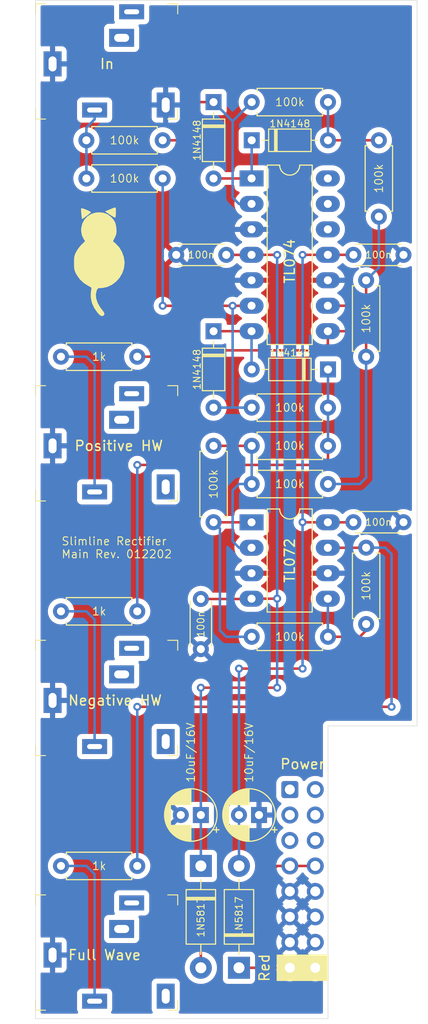
<source format=kicad_pcb>
(kicad_pcb (version 20211014) (generator pcbnew)
  (layers (0 "F.Cu" signal) (31 "B.Cu" signal) (34 "B.Paste" user) (35 "F.Paste" user) (36 "B.SilkS" user "B.Silkscreen") (37 "F.SilkS" user "F.Silkscreen") (38 "B.Mask" user) (39 "F.Mask" user) (44 "Edge.Cuts" user))
  (net 0 "")
  (net 1 "+12V")
  (net 2 "GND")
  (net 3 "-12V")
  (net 4 "Net-(D1-Pad1)")
  (net 5 "Net-(D1-Pad2)")
  (net 6 "Net-(D2-Pad1)")
  (net 7 "Net-(D3-Pad1)")
  (net 8 "Net-(D3-Pad2)")
  (net 9 "Net-(D4-Pad2)")
  (net 10 "Net-(D5-Pad2)")
  (net 11 "Net-(D6-Pad1)")
  (net 12 "Net-(J1-PadT)")
  (net 13 "Net-(J2-PadT)")
  (net 14 "Net-(J3-PadT)")
  (net 15 "Net-(J4-PadT)")
  (net 16 "Net-(R4-Pad1)")
  (net 17 "Net-(R4-Pad2)")
  (net 18 "Net-(R5-Pad2)")
  (net 19 "Net-(R6-Pad2)")
  (net 20 "Net-(R11-Pad2)")
  (net 21 "Net-(R11-Pad1)")
  (footprint "Capacitor_THT:C_Disc_D4.3mm_W1.9mm_P5.00mm" (layer "F.Cu") (at 16.51 59.73 -90)
    (fp_text reference "C3" hide)
    (fp_text value "100n" (at 2.5 0 90) (layer "F.SilkS") (effects (font (size 0.7 0.7) (thickness 0.1))))
    (pad "1" thru_hole circle (at 0 0 270) (size 1.6 1.6) (drill 0.8) (layers *.Cu *.Mask) (net 1 "+12V"))
    (pad "2" thru_hole circle (at 5 0 270) (size 1.6 1.6) (drill 0.8) (layers *.Cu *.Mask) (net 2 "GND"))
  )
  (footprint "Diode_THT:D_DO-41_SOD81_P10.16mm_Horizontal" (layer "F.Cu") (at 20.32 96.52 90)
    (fp_text reference "D6" hide)
    (fp_text value "1N5817" (at 5.08 0 90) (layer "F.SilkS") (effects (font (size 0.7 0.7) (thickness 0.1))))
    (pad "1" thru_hole rect (at 0 0 90) (size 2.2 2.2) (drill 1.1) (layers *.Cu *.Mask) (net 11 "Net-(D6-Pad1)"))
    (pad "2" thru_hole oval (at 10.16 0 90) (size 2.2 2.2) (drill 1.1) (layers *.Cu *.Mask) (net 3 "-12V"))
  )
  (footprint "Resistor_THT:R_Axial_DIN0207_L6.3mm_D2.5mm_P7.62mm_Horizontal" (layer "F.Cu") (at 10.16 60.96 180)
    (fp_text reference "R2" hide)
    (fp_text value "1k" (at 3.81 0) (layer "F.SilkS") (effects (font (size 0.8 0.8) (thickness 0.1))))
    (pad "1" thru_hole circle (at 0 0 180) (size 1.6 1.6) (drill 0.8) (layers *.Cu *.Mask) (net 6 "Net-(D2-Pad1)"))
    (pad "2" thru_hole oval (at 7.62 0 180) (size 1.6 1.6) (drill 0.8) (layers *.Cu *.Mask) (net 12 "Net-(J1-PadT)"))
  )
  (footprint "Resistor_THT:R_Axial_DIN0207_L6.3mm_D2.5mm_P7.62mm_Horizontal" (layer "F.Cu") (at 5.08 13.97)
    (fp_text reference "R12" hide)
    (fp_text value "100k" (at 3.81 0) (layer "F.SilkS") (effects (font (size 0.8 0.8) (thickness 0.1))))
    (pad "1" thru_hole circle (at 0 0) (size 1.6 1.6) (drill 0.8) (layers *.Cu *.Mask) (net 14 "Net-(J3-PadT)"))
    (pad "2" thru_hole oval (at 7.62 0) (size 1.6 1.6) (drill 0.8) (layers *.Cu *.Mask) (net 7 "Net-(D3-Pad1)"))
  )
  (footprint "Resistor_THT:R_Axial_DIN0207_L6.3mm_D2.5mm_P7.62mm_Horizontal" (layer "F.Cu") (at 33.02 27.94 -90)
    (fp_text reference "R11" hide)
    (fp_text value "100k" (at 3.81 0 90) (layer "F.SilkS") (effects (font (size 0.8 0.8) (thickness 0.1))))
    (pad "1" thru_hole circle (at 0 0 270) (size 1.6 1.6) (drill 0.8) (layers *.Cu *.Mask) (net 21 "Net-(R11-Pad1)"))
    (pad "2" thru_hole oval (at 7.62 0 270) (size 1.6 1.6) (drill 0.8) (layers *.Cu *.Mask) (net 20 "Net-(R11-Pad2)"))
  )
  (footprint "Capacitor_THT:CP_Radial_D5.0mm_P2.00mm" (layer "F.Cu") (at 22.32 81.28 180)
    (fp_text reference "C4" hide)
    (fp_text value "10uF/16V" (at 1 3.175 90) (layer "F.SilkS") (effects (font (size 0.8 0.8) (thickness 0.1)) (justify left)))
    (pad "1" thru_hole rect (at 0 0 180) (size 1.6 1.6) (drill 0.8) (layers *.Cu *.Mask) (net 2 "GND"))
    (pad "2" thru_hole circle (at 2 0 180) (size 1.6 1.6) (drill 0.8) (layers *.Cu *.Mask) (net 3 "-12V"))
  )
  (footprint "Resistor_THT:R_Axial_DIN0207_L6.3mm_D2.5mm_P7.62mm_Horizontal" (layer "F.Cu") (at 33.02 62.23 90)
    (fp_text reference "R4" hide)
    (fp_text value "100k" (at 3.81 0 90) (layer "F.SilkS") (effects (font (size 0.8 0.8) (thickness 0.1))))
    (pad "1" thru_hole circle (at 0 0 90) (size 1.6 1.6) (drill 0.8) (layers *.Cu *.Mask) (net 16 "Net-(R4-Pad1)"))
    (pad "2" thru_hole oval (at 7.62 0 90) (size 1.6 1.6) (drill 0.8) (layers *.Cu *.Mask) (net 17 "Net-(R4-Pad2)"))
  )
  (footprint "Resistor_THT:R_Axial_DIN0207_L6.3mm_D2.5mm_P7.62mm_Horizontal" (layer "F.Cu") (at 29.21 48.26 180)
    (fp_text reference "R7" hide)
    (fp_text value "100k" (at 3.81 0) (layer "F.SilkS") (effects (font (size 0.8 0.8) (thickness 0.1))))
    (pad "1" thru_hole circle (at 0 0 180) (size 1.6 1.6) (drill 0.8) (layers *.Cu *.Mask) (net 20 "Net-(R11-Pad2)"))
    (pad "2" thru_hole oval (at 7.62 0 180) (size 1.6 1.6) (drill 0.8) (layers *.Cu *.Mask) (net 18 "Net-(R5-Pad2)"))
  )
  (footprint "Resistor_THT:R_Axial_DIN0207_L6.3mm_D2.5mm_P7.62mm_Horizontal" (layer "F.Cu") (at 17.78 44.45 -90)
    (fp_text reference "R6" hide)
    (fp_text value "100k" (at 3.81 0 90) (layer "F.SilkS") (effects (font (size 0.8 0.8) (thickness 0.1))))
    (pad "1" thru_hole circle (at 0 0 270) (size 1.6 1.6) (drill 0.8) (layers *.Cu *.Mask) (net 18 "Net-(R5-Pad2)"))
    (pad "2" thru_hole oval (at 7.62 0 270) (size 1.6 1.6) (drill 0.8) (layers *.Cu *.Mask) (net 19 "Net-(R6-Pad2)"))
  )
  (footprint "CATs_Eurosynth_Specials:CATs Tiny" (layer "F.Cu") (at 6.35 26.035)
    (fp_text reference "G***" hide)
    (fp_text value "LOGO" hide)
  )
  (footprint "Diode_THT:D_DO-35_SOD27_P7.62mm_Horizontal" (layer "F.Cu") (at 17.78 10.16 -90)
    (fp_text reference "D3" hide)
    (fp_text value "1N4148" (at 3.81 1.651 90) (layer "F.SilkS") (effects (font (size 0.7 0.7) (thickness 0.1))))
    (pad "1" thru_hole rect (at 0 0 270) (size 1.6 1.6) (drill 0.8) (layers *.Cu *.Mask) (net 7 "Net-(D3-Pad1)"))
    (pad "2" thru_hole oval (at 7.62 0 270) (size 1.6 1.6) (drill 0.8) (layers *.Cu *.Mask) (net 8 "Net-(D3-Pad2)"))
  )
  (footprint "Package_DIP:DIP-8_W7.62mm_LongPads" (layer "F.Cu") (at 21.575 52.08)
    (fp_text reference "U2" hide)
    (fp_text value "TL072" (at 3.81 3.8 90) (layer "F.SilkS"))
    (pad "1" thru_hole rect (at 0 0) (size 2.4 1.6) (drill 0.8) (layers *.Cu *.Mask) (net 19 "Net-(R6-Pad2)"))
    (pad "2" thru_hole oval (at 0 2.54) (size 2.4 1.6) (drill 0.8) (layers *.Cu *.Mask) (net 18 "Net-(R5-Pad2)"))
    (pad "3" thru_hole oval (at 0 5.08) (size 2.4 1.6) (drill 0.8) (layers *.Cu *.Mask) (net 2 "GND"))
    (pad "4" thru_hole oval (at 0 7.62) (size 2.4 1.6) (drill 0.8) (layers *.Cu *.Mask) (net 1 "+12V"))
    (pad "5" thru_hole oval (at 7.62 7.62) (size 2.4 1.6) (drill 0.8) (layers *.Cu *.Mask) (net 16 "Net-(R4-Pad1)"))
    (pad "6" thru_hole oval (at 7.62 5.08) (size 2.4 1.6) (drill 0.8) (layers *.Cu *.Mask) (net 2 "GND"))
    (pad "7" thru_hole oval (at 7.62 2.54) (size 2.4 1.6) (drill 0.8) (layers *.Cu *.Mask) (net 17 "Net-(R4-Pad2)"))
    (pad "8" thru_hole oval (at 7.62 0) (size 2.4 1.6) (drill 0.8) (layers *.Cu *.Mask) (net 3 "-12V"))
  )
  (footprint "Connector_Audio_QingPu:Jack_3.5mm_QingPu_WQP-PJ324M" (layer "F.Cu") (at 0 95.25)
    (fp_text reference "J2" hide)
    (fp_text value "Full Wave" (at 3.175 0) (layer "F.SilkS") (effects (justify left)))
    (pad "R" thru_hole rect locked (at 9.6 -5.2) (size 2.5 1.5) (drill oval 1.5 0.5) (layers *.Cu *.Mask))
    (pad "RN" thru_hole rect locked (at 8.6 -2.6) (size 2.5 1.8) (drill oval 1.5 0.8) (layers *.Cu *.Mask))
    (pad "S" thru_hole rect locked (at 1.7 0) (size 1.8 2.5) (drill oval 0.8 1.5) (layers *.Cu *.Mask) (net 2 "GND"))
    (pad "T" thru_hole rect locked (at 5.9 4.6) (size 2.5 1.5) (drill oval 1.5 0.5) (layers *.Cu *.Mask) (net 13 "Net-(J2-PadT)"))
    (pad "TN" thru_hole rect locked (at 13 4.1) (size 1.8 2.5) (drill oval 0.8 1.5) (layers *.Cu *.Mask))
  )
  (footprint "CATs_Eurosynth_Specials:Power_2x8_Horizontal" (layer "F.Cu") (at 25.4 78.74)
    (fp_text reference "J5" hide)
    (fp_text value "Power" hide)
    (fp_text user "Red" (at -2.54 17.78 90) (layer "F.SilkS"))
    (fp_text user "Power" (at 1.27 -2.54 180) (layer "F.SilkS"))
    (pad "+5V" thru_hole circle locked (at 0 5.08) (size 1.7 1.7) (drill 1) (layers *.Cu *.Mask))
    (pad "+5V" thru_hole circle locked (at 2.54 5.08) (size 1.7 1.7) (drill 1) (layers *.Cu *.Mask))
    (pad "+12V" thru_hole circle locked (at 2.54 7.62) (size 1.7 1.7) (drill 1) (layers *.Cu *.Mask) (net 10 "Net-(D5-Pad2)"))
    (pad "+12V" thru_hole circle locked (at 0 7.62) (size 1.7 1.7) (drill 1) (layers *.Cu *.Mask) (net 10 "Net-(D5-Pad2)"))
    (pad "-12V" thru_hole circle locked (at 0 17.78) (size 1.7 1.7) (drill 1) (layers *.Cu *.Mask) (net 11 "Net-(D6-Pad1)"))
    (pad "-12V" thru_hole circle locked (at 2.54 17.78) (size 1.7 1.7) (drill 1) (layers *.Cu *.Mask) (net 11 "Net-(D6-Pad1)"))
    (pad "CV" thru_hole circle locked (at 0 2.54) (size 1.7 1.7) (drill 1) (layers *.Cu *.Mask))
    (pad "CV" thru_hole circle locked (at 2.54 2.54) (size 1.7 1.7) (drill 1) (layers *.Cu *.Mask))
    (pad "GND" thru_hole circle locked (at 2.54 10.16) (size 1.7 1.7) (drill 1) (layers *.Cu *.Mask) (net 2 "GND"))
    (pad "GND" thru_hole circle locked (at 0 12.7) (size 1.7 1.7) (drill 1) (layers *.Cu *.Mask) (net 2 "GND"))
    (pad "GND" thru_hole circle locked (at 0 10.16) (size 1.7 1.7) (drill 1) (layers *.Cu *.Mask) (net 2 "GND"))
    (pad "GND" thru_hole circle locked (at 2.54 12.7) (size 1.7 1.7) (drill 1) (layers *.Cu *.Mask) (net 2 "GND"))
    (pad "GND" thru_hole circle locked (at 2.54 15.24) (size 1.7 1.7) (drill 1) (layers *.Cu *.Mask) (net 2 "GND"))
    (pad "GND" thru_hole circle locked (at 0 15.24) (size 1.7 1.7) (drill 1) (layers *.Cu *.Mask) (net 2 "GND"))
    (pad "Gate" thru_hole roundrect locked (at 0 0) (size 1.7 1.7) (drill 1) (layers *.Cu *.Mask) (roundrect_rratio 0.147))
    (pad "Gate" thru_hole circle locked (at 2.54 0) (size 1.7 1.7) (drill 1) (layers *.Cu *.Mask))
  )
  (footprint "Resistor_THT:R_Axial_DIN0207_L6.3mm_D2.5mm_P7.62mm_Horizontal" (layer "F.Cu") (at 21.59 63.5)
    (fp_text reference "R8" hide)
    (fp_text value "100k" (at 3.81 0) (layer "F.SilkS") (effects (font (size 0.8 0.8) (thickness 0.1))))
    (pad "1" thru_hole circle (at 0 0) (size 1.6 1.6) (drill 0.8) (layers *.Cu *.Mask) (net 19 "Net-(R6-Pad2)"))
    (pad "2" thru_hole oval (at 7.62 0) (size 1.6 1.6) (drill 0.8) (layers *.Cu *.Mask) (net 16 "Net-(R4-Pad1)"))
  )
  (footprint "Diode_THT:D_DO-35_SOD27_P7.62mm_Horizontal" (layer "F.Cu") (at 21.59 13.97)
    (fp_text reference "D4" hide)
    (fp_text value "1N4148" (at 3.81 -1.651) (layer "F.SilkS") (effects (font (size 0.7 0.7) (thickness 0.1))))
    (pad "1" thru_hole rect (at 0 0) (size 1.6 1.6) (drill 0.8) (layers *.Cu *.Mask) (net 8 "Net-(D3-Pad2)"))
    (pad "2" thru_hole oval (at 7.62 0) (size 1.6 1.6) (drill 0.8) (layers *.Cu *.Mask) (net 9 "Net-(D4-Pad2)"))
  )
  (footprint "Connector_Audio_QingPu:Jack_3.5mm_QingPu_WQP-PJ324M" (layer "F.Cu") (at 0 6.35)
    (fp_text reference "J3" hide)
    (fp_text value "In" (at 6.35 0) (layer "F.SilkS") (effects (justify left)))
    (pad "R" thru_hole rect locked (at 9.6 -5.2) (size 2.5 1.5) (drill oval 1.5 0.5) (layers *.Cu *.Mask))
    (pad "RN" thru_hole rect locked (at 8.6 -2.6) (size 2.5 1.8) (drill oval 1.5 0.8) (layers *.Cu *.Mask))
    (pad "S" thru_hole rect locked (at 1.7 0) (size 1.8 2.5) (drill oval 0.8 1.5) (layers *.Cu *.Mask) (net 2 "GND"))
    (pad "T" thru_hole rect locked (at 5.9 4.6) (size 2.5 1.5) (drill oval 1.5 0.5) (layers *.Cu *.Mask) (net 14 "Net-(J3-PadT)"))
    (pad "TN" thru_hole rect locked (at 13 4.1) (size 1.8 2.5) (drill oval 0.8 1.5) (layers *.Cu *.Mask) (net 2 "GND"))
  )
  (footprint "Capacitor_THT:C_Disc_D4.3mm_W1.9mm_P5.00mm" (layer "F.Cu") (at 19.05 25.4 180)
    (fp_text reference "C2" hide)
    (fp_text value "100n" (at 2.5 0 180) (layer "F.SilkS") (effects (font (size 0.7 0.7) (thickness 0.1))))
    (pad "1" thru_hole circle (at 0 0 180) (size 1.6 1.6) (drill 0.8) (layers *.Cu *.Mask) (net 1 "+12V"))
    (pad "2" thru_hole circle (at 5 0 180) (size 1.6 1.6) (drill 0.8) (layers *.Cu *.Mask) (net 2 "GND"))
  )
  (footprint "Diode_THT:D_DO-35_SOD27_P7.62mm_Horizontal" (layer "F.Cu") (at 29.21 36.83 180)
    (fp_text reference "D2" hide)
    (fp_text value "1N4148" (at 3.81 1.651) (layer "F.SilkS") (effects (font (size 0.7 0.7) (thickness 0.1))))
    (pad "1" thru_hole rect (at 0 0 180) (size 1.6 1.6) (drill 0.8) (layers *.Cu *.Mask) (net 6 "Net-(D2-Pad1)"))
    (pad "2" thru_hole oval (at 7.62 0 180) (size 1.6 1.6) (drill 0.8) (layers *.Cu *.Mask) (net 4 "Net-(D1-Pad1)"))
  )
  (footprint "Resistor_THT:R_Axial_DIN0207_L6.3mm_D2.5mm_P7.62mm_Horizontal" (layer "F.Cu") (at 34.29 13.97 -90)
    (fp_text reference "R13" hide)
    (fp_text value "100k" (at 3.81 0 90) (layer "F.SilkS") (effects (font (size 0.8 0.8) (thickness 0.1))))
    (pad "1" thru_hole circle (at 0 0 270) (size 1.6 1.6) (drill 0.8) (layers *.Cu *.Mask) (net 9 "Net-(D4-Pad2)"))
    (pad "2" thru_hole oval (at 7.62 0 270) (size 1.6 1.6) (drill 0.8) (layers *.Cu *.Mask) (net 21 "Net-(R11-Pad1)"))
  )
  (footprint "Resistor_THT:R_Axial_DIN0207_L6.3mm_D2.5mm_P7.62mm_Horizontal" (layer "F.Cu") (at 29.21 44.45 180)
    (fp_text reference "R5" hide)
    (fp_text value "100k" (at 3.81 0) (layer "F.SilkS") (effects (font (size 0.8 0.8) (thickness 0.1))))
    (pad "1" thru_hole circle (at 0 0 180) (size 1.6 1.6) (drill 0.8) (layers *.Cu *.Mask) (net 6 "Net-(D2-Pad1)"))
    (pad "2" thru_hole oval (at 7.62 0 180) (size 1.6 1.6) (drill 0.8) (layers *.Cu *.Mask) (net 18 "Net-(R5-Pad2)"))
  )
  (footprint "Diode_THT:D_DO-35_SOD27_P7.62mm_Horizontal" (layer "F.Cu") (at 17.78 33.02 -90)
    (fp_text reference "D1" hide)
    (fp_text value "1N4148" (at 3.81 1.651 90) (layer "F.SilkS") (effects (font (size 0.7 0.7) (thickness 0.1))))
    (pad "1" thru_hole rect (at 0 0 270) (size 1.6 1.6) (drill 0.8) (layers *.Cu *.Mask) (net 4 "Net-(D1-Pad1)"))
    (pad "2" thru_hole oval (at 7.62 0 270) (size 1.6 1.6) (drill 0.8) (layers *.Cu *.Mask) (net 5 "Net-(D1-Pad2)"))
  )
  (footprint "Resistor_THT:R_Axial_DIN0207_L6.3mm_D2.5mm_P7.62mm_Horizontal" (layer "F.Cu") (at 21.59 10.16)
    (fp_text reference "R10" hide)
    (fp_text value "100k" (at 3.81 0) (layer "F.SilkS") (effects (font (size 0.8 0.8) (thickness 0.1))))
    (pad "1" thru_hole circle (at 0 0) (size 1.6 1.6) (drill 0.8) (layers *.Cu *.Mask) (net 7 "Net-(D3-Pad1)"))
    (pad "2" thru_hole oval (at 7.62 0) (size 1.6 1.6) (drill 0.8) (layers *.Cu *.Mask) (net 9 "Net-(D4-Pad2)"))
  )
  (footprint "Resistor_THT:R_Axial_DIN0207_L6.3mm_D2.5mm_P7.62mm_Horizontal" (layer "F.Cu") (at 21.59 40.64)
    (fp_text reference "R1" hide)
    (fp_text value "100k" (at 3.81 0) (layer "F.SilkS") (effects (font (size 0.8 0.8) (thickness 0.1))))
    (pad "1" thru_hole circle (at 0 0) (size 1.6 1.6) (drill 0.8) (layers *.Cu *.Mask) (net 5 "Net-(D1-Pad2)"))
    (pad "2" thru_hole oval (at 7.62 0) (size 1.6 1.6) (drill 0.8) (layers *.Cu *.Mask) (net 6 "Net-(D2-Pad1)"))
  )
  (footprint "Connector_Audio_QingPu:Jack_3.5mm_QingPu_WQP-PJ324M" (layer "F.Cu") (at 0 69.85)
    (fp_text reference "J1" hide)
    (fp_text value "Negative HW" (at 3.175 0) (layer "F.SilkS") (effects (justify left)))
    (pad "R" thru_hole rect locked (at 9.6 -5.2) (size 2.5 1.5) (drill oval 1.5 0.5) (layers *.Cu *.Mask))
    (pad "RN" thru_hole rect locked (at 8.6 -2.6) (size 2.5 1.8) (drill oval 1.5 0.8) (layers *.Cu *.Mask))
    (pad "S" thru_hole rect locked (at 1.7 0) (size 1.8 2.5) (drill oval 0.8 1.5) (layers *.Cu *.Mask) (net 2 "GND"))
    (pad "T" thru_hole rect locked (at 5.9 4.6) (size 2.5 1.5) (drill oval 1.5 0.5) (layers *.Cu *.Mask) (net 12 "Net-(J1-PadT)"))
    (pad "TN" thru_hole rect locked (at 13 4.1) (size 1.8 2.5) (drill oval 0.8 1.5) (layers *.Cu *.Mask))
  )
  (footprint "Capacitor_THT:C_Disc_D4.3mm_W1.9mm_P5.00mm" (layer "F.Cu") (at 36.75 25.4 180)
    (fp_text reference "C5" hide)
    (fp_text value "100n" (at 2.5 0 180) (layer "F.SilkS") (effects (font (size 0.7 0.7) (thickness 0.1))))
    (pad "1" thru_hole circle (at 0 0 180) (size 1.6 1.6) (drill 0.8) (layers *.Cu *.Mask) (net 2 "GND"))
    (pad "2" thru_hole circle (at 5 0 180) (size 1.6 1.6) (drill 0.8) (layers *.Cu *.Mask) (net 3 "-12V"))
  )
  (footprint "Resistor_THT:R_Axial_DIN0207_L6.3mm_D2.5mm_P7.62mm_Horizontal" (layer "F.Cu") (at 10.16 35.56 180)
    (fp_text reference "R14" hide)
    (fp_text value "1k" (at 3.81 0) (layer "F.SilkS") (effects (font (size 0.8 0.8) (thickness 0.1))))
    (pad "1" thru_hole circle (at 0 0 180) (size 1.6 1.6) (drill 0.8) (layers *.Cu *.Mask) (net 20 "Net-(R11-Pad2)"))
    (pad "2" thru_hole oval (at 7.62 0 180) (size 1.6 1.6) (drill 0.8) (layers *.Cu *.Mask) (net 15 "Net-(J4-PadT)"))
  )
  (footprint "Capacitor_THT:CP_Radial_D5.0mm_P2.00mm" (layer "F.Cu") (at 16.51 81.28 180)
    (fp_text reference "C1" hide)
    (fp_text value "10uF/16V" (at 1 3.175 90) (layer "F.SilkS") (effects (font (size 0.8 0.8) (thickness 0.1)) (justify left)))
    (pad "1" thru_hole rect (at 0 0 180) (size 1.6 1.6) (drill 0.8) (layers *.Cu *.Mask) (net 1 "+12V"))
    (pad "2" thru_hole circle (at 2 0 180) (size 1.6 1.6) (drill 0.8) (layers *.Cu *.Mask) (net 2 "GND"))
  )
  (footprint "Capacitor_THT:C_Disc_D4.3mm_W1.9mm_P5.00mm" (layer "F.Cu") (at 36.75 52.07 180)
    (fp_text reference "C6" hide)
    (fp_text value "100n" (at 2.5 0 180) (layer "F.SilkS") (effects (font (size 0.7 0.7) (thickness 0.1))))
    (pad "1" thru_hole circle (at 0 0 180) (size 1.6 1.6) (drill 0.8) (layers *.Cu *.Mask) (net 2 "GND"))
    (pad "2" thru_hole circle (at 5 0 180) (size 1.6 1.6) (drill 0.8) (layers *.Cu *.Mask) (net 3 "-12V"))
  )
  (footprint "Resistor_THT:R_Axial_DIN0207_L6.3mm_D2.5mm_P7.62mm_Horizontal" (layer "F.Cu") (at 10.16 86.36 180)
    (fp_text reference "R9" hide)
    (fp_text value "1k" (at 3.81 0) (layer "F.SilkS") (effects (font (size 0.8 0.8) (thickness 0.1))))
    (pad "1" thru_hole circle (at 0 0 180) (size 1.6 1.6) (drill 0.8) (layers *.Cu *.Mask) (net 17 "Net-(R4-Pad2)"))
    (pad "2" thru_hole oval (at 7.62 0 180) (size 1.6 1.6) (drill 0.8) (layers *.Cu *.Mask) (net 13 "Net-(J2-PadT)"))
  )
  (footprint "Resistor_THT:R_Axial_DIN0207_L6.3mm_D2.5mm_P7.62mm_Horizontal" (layer "F.Cu") (at 5.08 17.78)
    (fp_text reference "R3" hide)
    (fp_text value "100k" (at 3.81 0) (layer "F.SilkS") (effects (font (size 0.8 0.8) (thickness 0.1))))
    (pad "1" thru_hole circle (at 0 0) (size 1.6 1.6) (drill 0.8) (layers *.Cu *.Mask) (net 14 "Net-(J3-PadT)"))
    (pad "2" thru_hole oval (at 7.62 0) (size 1.6 1.6) (drill 0.8) (layers *.Cu *.Mask) (net 5 "Net-(D1-Pad2)"))
  )
  (footprint "Package_DIP:DIP-14_W7.62mm_LongPads" (layer "F.Cu") (at 21.575 17.775)
    (fp_text reference "U1" hide)
    (fp_text value "TL074" (at 3.81 8.26 90) (layer "F.SilkS"))
    (pad "1" thru_hole rect (at 0 0) (size 2.4 1.6) (drill 0.8) (layers *.Cu *.Mask) (net 8 "Net-(D3-Pad2)"))
    (pad "2" thru_hole oval (at 0 2.54) (size 2.4 1.6) (drill 0.8) (layers *.Cu *.Mask) (net 7 "Net-(D3-Pad1)"))
    (pad "3" thru_hole oval (at 0 5.08) (size 2.4 1.6) (drill 0.8) (layers *.Cu *.Mask) (net 2 "GND"))
    (pad "4" thru_hole oval (at 0 7.62) (size 2.4 1.6) (drill 0.8) (layers *.Cu *.Mask) (net 1 "+12V"))
    (pad "5" thru_hole oval (at 0 10.16) (size 2.4 1.6) (drill 0.8) (layers *.Cu *.Mask) (net 2 "GND"))
    (pad "6" thru_hole oval (at 0 12.7) (size 2.4 1.6) (drill 0.8) (layers *.Cu *.Mask) (net 5 "Net-(D1-Pad2)"))
    (pad "7" thru_hole oval (at 0 15.24) (size 2.4 1.6) (drill 0.8) (layers *.Cu *.Mask) (net 4 "Net-(D1-Pad1)"))
    (pad "8" thru_hole oval (at 7.62 15.24) (size 2.4 1.6) (drill 0.8) (layers *.Cu *.Mask) (net 20 "Net-(R11-Pad2)"))
    (pad "9" thru_hole oval (at 7.62 12.7) (size 2.4 1.6) (drill 0.8) (layers *.Cu *.Mask) (net 21 "Net-(R11-Pad1)"))
    (pad "10" thru_hole oval (at 7.62 10.16) (size 2.4 1.6) (drill 0.8) (layers *.Cu *.Mask) (net 2 "GND"))
    (pad "11" thru_hole oval (at 7.62 7.62) (size 2.4 1.6) (drill 0.8) (layers *.Cu *.Mask) (net 3 "-12V"))
    (pad "12" thru_hole oval (at 7.62 5.08) (size 2.4 1.6) (drill 0.8) (layers *.Cu *.Mask))
    (pad "13" thru_hole oval (at 7.62 2.54) (size 2.4 1.6) (drill 0.8) (layers *.Cu *.Mask))
    (pad "14" thru_hole oval (at 7.62 0) (size 2.4 1.6) (drill 0.8) (layers *.Cu *.Mask))
  )
  (footprint "Connector_Audio_QingPu:Jack_3.5mm_QingPu_WQP-PJ324M" (layer "F.Cu") (at 0 44.45)
    (fp_text reference "J4" hide)
    (fp_text value "Positive HW" (at 3.81 0) (layer "F.SilkS") (effects (justify left)))
    (pad "R" thru_hole rect locked (at 9.6 -5.2) (size 2.5 1.5) (drill oval 1.5 0.5) (layers *.Cu *.Mask))
    (pad "RN" thru_hole rect locked (at 8.6 -2.6) (size 2.5 1.8) (drill oval 1.5 0.8) (layers *.Cu *.Mask))
    (pad "S" thru_hole rect locked (at 1.7 0) (size 1.8 2.5) (drill oval 0.8 1.5) (layers *.Cu *.Mask) (net 2 "GND"))
    (pad "T" thru_hole rect locked (at 5.9 4.6) (size 2.5 1.5) (drill oval 1.5 0.5) (layers *.Cu *.Mask) (net 15 "Net-(J4-PadT)"))
    (pad "TN" thru_hole rect locked (at 13 4.1) (size 1.8 2.5) (drill oval 0.8 1.5) (layers *.Cu *.Mask))
  )
  (footprint "Diode_THT:D_DO-41_SOD81_P10.16mm_Horizontal" (layer "F.Cu") (at 16.51 86.36 -90)
    (fp_text reference "D5" hide)
    (fp_text value "1N5817" (at 5.08 0 90) (layer "F.SilkS") (effects (font (size 0.7 0.7) (thickness 0.1))))
    (pad "1" thru_hole rect (at 0 0 270) (size 2.2 2.2) (drill 1.1) (layers *.Cu *.Mask) (net 1 "+12V"))
    (pad "2" thru_hole oval (at 10.16 0 270) (size 2.2 2.2) (drill 1.1) (layers *.Cu *.Mask) (net 10 "Net-(D5-Pad2)"))
  )
  (gr_line (start 29.21 72.39) (end 38.1 72.39) (layer "Edge.Cuts") (width 0.05))
  (gr_line (start 0 0) (end 0 101.6) (layer "Edge.Cuts") (width 0.05))
  (gr_line (start 0 101.6) (end 29.21 101.6) (layer "Edge.Cuts") (width 0.05))
  (gr_line (start 0 0) (end 38.1 0) (layer "Edge.Cuts") (width 0.05))
  (gr_line (start 29.21 101.6) (end 29.21 72.39) (layer "Edge.Cuts") (width 0.05))
  (gr_line (start 38.1 0) (end 38.1 72.39) (layer "Edge.Cuts") (width 0.05))
  (gr_text "Slimline Rectifier\nMain Rev. 012202" (at 2.54 54.61) (layer "F.SilkS") (effects (font (size 0.8 0.8) (thickness 0.1)) (justify left)))
  (segment (start 16.51 59.73) (end 21.545 59.73) (width 0.25) (layer "F.Cu") (net 1))
  (segment (start 24.12 59.7) (end 24.13 59.69) (width 0.25) (layer "F.Cu") (net 1))
  (segment (start 16.51 68.58) (end 24.13 68.58) (width 0.25) (layer "F.Cu") (net 1))
  (segment (start 24.13 25.4) (end 24.125 25.395) (width 0.25) (layer "F.Cu") (net 1))
  (segment (start 21.57 25.4) (end 21.575 25.395) (width 0.25) (layer "F.Cu") (net 1))
  (segment (start 19.05 25.4) (end 21.57 25.4) (width 0.25) (layer "F.Cu") (net 1))
  (segment (start 21.545 59.73) (end 21.575 59.7) (width 0.25) (layer "F.Cu") (net 1))
  (segment (start 24.125 25.395) (end 21.575 25.395) (width 0.25) (layer "F.Cu") (net 1))
  (segment (start 21.575 59.7) (end 24.12 59.7) (width 0.25) (layer "F.Cu") (net 1))
  (via (at 24.13 59.69) (size 0.8) (drill 0.4) (layers "F.Cu" "B.Cu") (net 1))
  (via (at 16.51 68.58) (size 0.8) (drill 0.4) (layers "F.Cu" "B.Cu") (net 1))
  (via (at 24.13 68.58) (size 0.8) (drill 0.4) (layers "F.Cu" "B.Cu") (net 1))
  (via (at 24.13 25.4) (size 0.8) (drill 0.4) (layers "F.Cu" "B.Cu") (net 1))
  (segment (start 16.51 81.28) (end 16.51 68.58) (width 0.25) (layer "B.Cu") (net 1))
  (segment (start 16.51 86.36) (end 16.51 81.28) (width 0.25) (layer "B.Cu") (net 1))
  (segment (start 24.13 59.69) (end 24.13 25.4) (width 0.25) (layer "B.Cu") (net 1))
  (segment (start 24.13 68.58) (end 24.13 59.69) (width 0.25) (layer "B.Cu") (net 1))
  (segment (start 29.195 52.08) (end 31.74 52.08) (width 0.25) (layer "F.Cu") (net 3))
  (segment (start 26.67 52.07) (end 26.68 52.08) (width 0.25) (layer "F.Cu") (net 3))
  (segment (start 26.67 25.4) (end 26.675 25.395) (width 0.25) (layer "F.Cu") (net 3))
  (segment (start 26.675 25.395) (end 29.195 25.395) (width 0.25) (layer "F.Cu") (net 3))
  (segment (start 31.74 52.08) (end 31.75 52.07) (width 0.25) (layer "F.Cu") (net 3))
  (segment (start 20.32 66.675) (end 26.67 66.675) (width 0.25) (layer "F.Cu") (net 3))
  (segment (start 29.195 25.395) (end 31.745 25.395) (width 0.25) (layer "F.Cu") (net 3))
  (segment (start 26.68 52.08) (end 29.195 52.08) (width 0.25) (layer "F.Cu") (net 3))
  (segment (start 31.745 25.395) (end 31.75 25.4) (width 0.25) (layer "F.Cu") (net 3))
  (via (at 26.67 52.07) (size 0.8) (drill 0.4) (layers "F.Cu" "B.Cu") (net 3))
  (via (at 26.67 25.4) (size 0.8) (drill 0.4) (layers "F.Cu" "B.Cu") (net 3))
  (via (at 20.32 66.675) (size 0.8) (drill 0.4) (layers "F.Cu" "B.Cu") (net 3))
  (via (at 26.67 66.675) (size 0.8) (drill 0.4) (layers "F.Cu" "B.Cu") (net 3))
  (segment (start 20.32 81.28) (end 20.32 66.675) (width 0.25) (layer "B.Cu") (net 3))
  (segment (start 20.32 86.36) (end 20.32 81.28) (width 0.25) (layer "B.Cu") (net 3))
  (segment (start 26.67 66.675) (end 26.67 52.07) (width 0.25) (layer "B.Cu") (net 3))
  (segment (start 26.67 52.07) (end 26.67 25.4) (width 0.25) (layer "B.Cu") (net 3))
  (segment (start 17.785 33.015) (end 17.78 33.02) (width 0.25) (layer "F.Cu") (net 4))
  (segment (start 21.575 33.015) (end 17.785 33.015) (width 0.25) (layer "F.Cu") (net 4))
  (segment (start 21.575 33.015) (end 21.575 36.815) (width 0.25) (layer "B.Cu") (net 4))
  (segment (start 21.575 36.815) (end 21.59 36.83) (width 0.25) (layer "B.Cu") (net 4))
  (segment (start 12.7 30.48) (end 19.685 30.48) (width 0.25) (layer "F.Cu") (net 5))
  (segment (start 21.57 30.48) (end 21.575 30.475) (width 0.25) (layer "F.Cu") (net 5))
  (segment (start 19.685 30.48) (end 21.57 30.48) (width 0.25) (layer "F.Cu") (net 5))
  (via (at 12.7 30.48) (size 0.8) (drill 0.4) (layers "F.Cu" "B.Cu") (net 5))
  (via (at 19.685 30.48) (size 0.8) (drill 0.4) (layers "F.Cu" "B.Cu") (net 5))
  (segment (start 12.7 17.78) (end 12.7 30.48) (width 0.25) (layer "B.Cu") (net 5))
  (segment (start 19.685 40.64) (end 17.78 40.64) (width 0.25) (layer "B.Cu") (net 5))
  (segment (start 19.685 30.48) (end 19.685 40.64) (width 0.25) (layer "B.Cu") (net 5))
  (segment (start 19.685 40.64) (end 21.59 40.64) (width 0.25) (layer "B.Cu") (net 5))
  (segment (start 29.21 44.45) (end 29.21 45.72) (width 0.25) (layer "F.Cu") (net 6))
  (segment (start 15.24 46.355) (end 10.16 46.355) (width 0.25) (layer "F.Cu") (net 6))
  (segment (start 28.575 46.355) (end 15.24 46.355) (width 0.25) (layer "F.Cu") (net 6))
  (segment (start 29.21 45.72) (end 28.575 46.355) (width 0.25) (layer "F.Cu") (net 6))
  (via (at 10.16 46.355) (size 0.8) (drill 0.4) (layers "F.Cu" "B.Cu") (net 6))
  (segment (start 29.21 36.83) (end 29.21 40.64) (width 0.25) (layer "B.Cu") (net 6))
  (segment (start 10.16 46.355) (end 10.16 60.96) (width 0.25) (layer "B.Cu") (net 6))
  (segment (start 29.21 40.64) (end 29.21 44.45) (width 0.25) (layer "B.Cu") (net 6))
  (segment (start 14.605 13.97) (end 15.24 13.335) (width 0.25) (layer "F.Cu") (net 7))
  (segment (start 15.24 13.335) (end 15.24 10.795) (width 0.25) (layer "F.Cu") (net 7))
  (segment (start 12.7 13.97) (end 14.605 13.97) (width 0.25) (layer "F.Cu") (net 7))
  (segment (start 15.24 10.795) (end 15.875 10.16) (width 0.25) (layer "F.Cu") (net 7))
  (segment (start 15.875 10.16) (end 17.78 10.16) (width 0.25) (layer "F.Cu") (net 7))
  (segment (start 21.57 20.32) (end 21.575 20.315) (width 0.25) (layer "B.Cu") (net 7))
  (segment (start 19.685 12.065) (end 19.685 19.685) (width 0.25) (layer "B.Cu") (net 7))
  (segment (start 17.78 10.16) (end 19.685 12.065) (width 0.25) (layer "B.Cu") (net 7))
  (segment (start 19.685 19.685) (end 20.32 20.32) (width 0.25) (layer "B.Cu") (net 7))
  (segment (start 21.59 10.16) (end 19.685 12.065) (width 0.25) (layer "B.Cu") (net 7))
  (segment (start 20.32 20.32) (end 21.57 20.32) (width 0.25) (layer "B.Cu") (net 7))
  (segment (start 17.78 17.78) (end 21.57 17.78) (width 0.25) (layer "F.Cu") (net 8))
  (segment (start 21.57 17.78) (end 21.575 17.775) (width 0.25) (layer "F.Cu") (net 8))
  (segment (start 21.59 17.76) (end 21.575 17.775) (width 0.25) (layer "B.Cu") (net 8))
  (segment (start 21.59 13.97) (end 21.59 17.76) (width 0.25) (layer "B.Cu") (net 8))
  (segment (start 29.21 13.97) (end 34.29 13.97) (width 0.25) (layer "F.Cu") (net 9))
  (segment (start 29.21 10.16) (end 29.21 13.97) (width 0.25) (layer "B.Cu") (net 9))
  (segment (start 23.495 86.995) (end 24.13 86.36) (width 0.25) (layer "F.Cu") (net 10))
  (segment (start 25.4 86.36) (end 27.94 86.36) (width 0.25) (layer "F.Cu") (net 10))
  (segment (start 17.145 91.44) (end 22.86 91.44) (width 0.25) (layer "F.Cu") (net 10))
  (segment (start 22.86 91.44) (end 23.495 90.805) (width 0.25) (layer "F.Cu") (net 10))
  (segment (start 16.51 96.52) (end 16.51 92.075) (width 0.25) (layer "F.Cu") (net 10))
  (segment (start 16.51 92.075) (end 17.145 91.44) (width 0.25) (layer "F.Cu") (net 10))
  (segment (start 24.13 86.36) (end 25.4 86.36) (width 0.25) (layer "F.Cu") (net 10))
  (segment (start 23.495 90.805) (end 23.495 86.995) (width 0.25) (layer "F.Cu") (net 10))
  (segment (start 27.94 96.52) (end 25.4 96.52) (width 0.25) (layer "F.Cu") (net 11))
  (segment (start 25.4 96.52) (end 20.32 96.52) (width 0.25) (layer "F.Cu") (net 11))
  (segment (start 5.9 61.78) (end 5.08 60.96) (width 0.25) (layer "B.Cu") (net 12))
  (segment (start 5.9 74.45) (end 5.9 61.78) (width 0.25) (layer "B.Cu") (net 12))
  (segment (start 5.08 60.96) (end 2.54 60.96) (width 0.25) (layer "B.Cu") (net 12))
  (segment (start 5.9 87.18) (end 5.08 86.36) (width 0.25) (layer "B.Cu") (net 13))
  (segment (start 5.9 99.85) (end 5.9 87.18) (width 0.25) (layer "B.Cu") (net 13))
  (segment (start 5.08 86.36) (end 2.54 86.36) (width 0.25) (layer "B.Cu") (net 13))
  (segment (start 5.9 10.95) (end 5.9 11.88) (width 0.25) (layer "B.Cu") (net 14))
  (segment (start 5.9 11.88) (end 5.08 12.7) (width 0.25) (layer "B.Cu") (net 14))
  (segment (start 5.08 17.78) (end 5.08 13.97) (width 0.25) (layer "B.Cu") (net 14))
  (segment (start 5.08 12.7) (end 5.08 13.97) (width 0.25) (layer "B.Cu") (net 14))
  (segment (start 5.08 35.56) (end 2.54 35.56) (width 0.25) (layer "B.Cu") (net 15))
  (segment (start 5.9 36.38) (end 5.08 35.56) (width 0.25) (layer "B.Cu") (net 15))
  (segment (start 5.9 49.05) (end 5.9 36.38) (width 0.25) (layer "B.Cu") (net 15))
  (segment (start 32.385 63.5) (end 33.02 62.865) (width 0.25) (layer "F.Cu") (net 16))
  (segment (start 33.02 62.865) (end 33.02 62.23) (width 0.25) (layer "F.Cu") (net 16))
  (segment (start 29.21 63.5) (end 32.385 63.5) (width 0.25) (layer "F.Cu") (net 16))
  (segment (start 29.195 63.485) (end 29.21 63.5) (width 0.25) (layer "B.Cu") (net 16))
  (segment (start 29.195 59.7) (end 29.195 63.485) (width 0.25) (layer "B.Cu") (net 16))
  (segment (start 35.56 70.485) (end 10.16 70.485) (width 0.25) (layer "F.Cu") (net 17))
  (segment (start 29.195 54.62) (end 33.01 54.62) (width 0.25) (layer "F.Cu") (net 17))
  (segment (start 33.01 54.62) (end 33.02 54.61) (width 0.25) (layer "F.Cu") (net 17))
  (via (at 10.16 70.485) (size 0.8) (drill 0.4) (layers "F.Cu" "B.Cu") (net 17))
  (via (at 35.56 70.485) (size 0.8) (drill 0.4) (layers "F.Cu" "B.Cu") (net 17))
  (segment (start 33.02 54.61) (end 34.925 54.61) (width 0.25) (layer "B.Cu") (net 17))
  (segment (start 10.16 70.485) (end 10.16 86.36) (width 0.25) (layer "B.Cu") (net 17))
  (segment (start 34.925 54.61) (end 35.56 55.245) (width 0.25) (layer "B.Cu") (net 17))
  (segment (start 35.56 55.245) (end 35.56 70.485) (width 0.25) (layer "B.Cu") (net 17))
  (segment (start 17.78 44.45) (end 21.59 44.45) (width 0.25) (layer "F.Cu") (net 18))
  (segment (start 20.32 48.26) (end 19.685 48.895) (width 0.25) (layer "B.Cu") (net 18))
  (segment (start 21.59 48.26) (end 20.32 48.26) (width 0.25) (layer "B.Cu") (net 18))
  (segment (start 19.685 48.895) (end 19.685 53.975) (width 0.25) (layer "B.Cu") (net 18))
  (segment (start 19.685 53.975) (end 20.33 54.62) (width 0.25) (layer "B.Cu") (net 18))
  (segment (start 21.59 48.26) (end 21.59 44.45) (width 0.25) (layer "B.Cu") (net 18))
  (segment (start 20.33 54.62) (end 21.575 54.62) (width 0.25) (layer "B.Cu") (net 18))
  (segment (start 21.575 52.08) (end 17.79 52.08) (width 0.25) (layer "F.Cu") (net 19))
  (segment (start 17.79 52.08) (end 17.78 52.07) (width 0.25) (layer "F.Cu") (net 19))
  (segment (start 18.415 52.705) (end 17.78 52.07) (width 0.25) (layer "B.Cu") (net 19))
  (segment (start 19.05 63.5) (end 18.415 62.865) (width 0.25) (layer "B.Cu") (net 19))
  (segment (start 18.415 62.865) (end 18.415 52.705) (width 0.25) (layer "B.Cu") (net 19))
  (segment (start 21.59 63.5) (end 19.05 63.5) (width 0.25) (layer "B.Cu") (net 19))
  (segment (start 28.575 34.925) (end 12.065 34.925) (width 0.25) (layer "F.Cu") (net 20))
  (segment (start 29.195 33.015) (end 32.38 33.015) (width 0.25) (layer "F.Cu") (net 20))
  (segment (start 12.065 34.925) (end 11.43 35.56) (width 0.25) (layer "F.Cu") (net 20))
  (segment (start 29.195 34.305) (end 28.575 34.925) (width 0.25) (layer "F.Cu") (net 20))
  (segment (start 32.38 33.015) (end 33.02 33.655) (width 0.25) (layer "F.Cu") (net 20))
  (segment (start 29.195 33.015) (end 29.195 34.305) (width 0.25) (layer "F.Cu") (net 20))
  (segment (start 11.43 35.56) (end 10.16 35.56) (width 0.25) (layer "F.Cu") (net 20))
  (segment (start 33.02 33.655) (end 33.02 35.56) (width 0.25) (layer "F.Cu") (net 20))
  (segment (start 32.385 48.26) (end 29.21 48.26) (width 0.25) (layer "B.Cu") (net 20))
  (segment (start 33.02 47.625) (end 32.385 48.26) (width 0.25) (layer "B.Cu") (net 20))
  (segment (start 33.02 35.56) (end 33.02 47.625) (width 0.25) (layer "B.Cu") (net 20))
  (segment (start 32.39 30.475) (end 33.02 29.845) (width 0.25) (layer "F.Cu") (net 21))
  (segment (start 33.02 29.845) (end 33.02 27.94) (width 0.25) (layer "F.Cu") (net 21))
  (segment (start 29.195 30.475) (end 32.39 30.475) (width 0.25) (layer "F.Cu") (net 21))
  (segment (start 34.29 26.67) (end 33.02 27.94) (width 0.25) (layer "B.Cu") (net 21))
  (segment (start 34.29 21.59) (end 34.29 26.67) (width 0.25) (layer "B.Cu") (net 21))
  (zone (net 2) (net_name "GND") (layers F&B.Cu) (connect_pads (clearance 0.508)) (min_thickness 0.254) (fill yes (thermal_gap 0.508) (thermal_bridge_width 0.508))
    (polygon (pts (xy 38.1 72.39) (xy 29.21 72.39) (xy 29.21 101.6) (xy 0 101.6) (xy 0 0) (xy 38.1 0)))
  )
)
</source>
